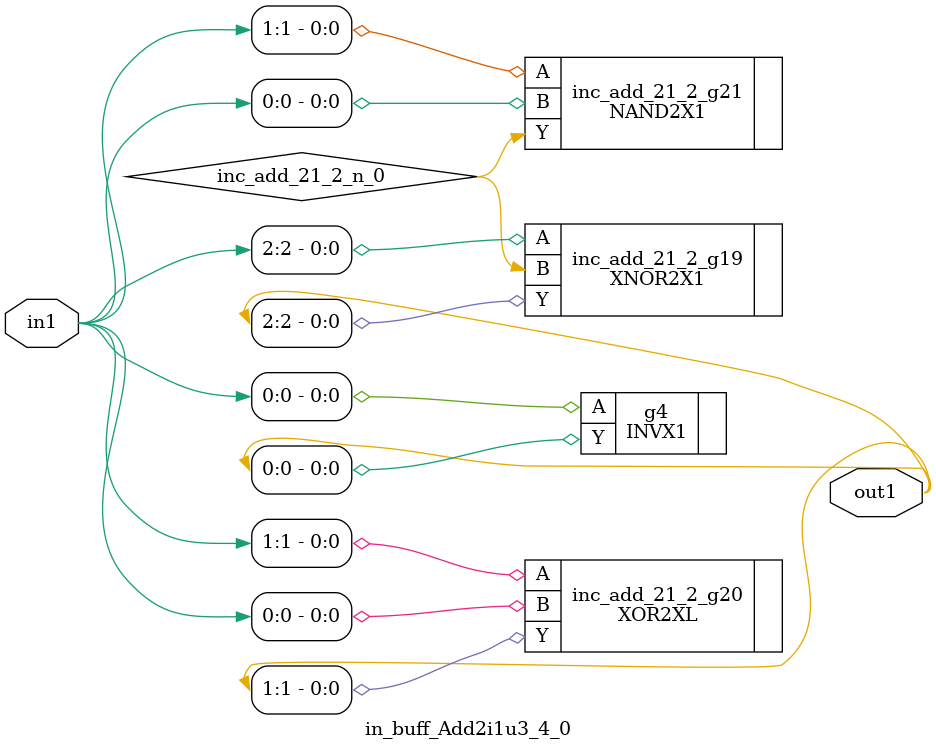
<source format=v>
`timescale 1ps / 1ps


module in_buff_Add2i1u3_4_0(in1, out1);
  input [2:0] in1;
  output [2:0] out1;
  wire [2:0] in1;
  wire [2:0] out1;
  wire inc_add_21_2_n_0;
  INVX1 g4(.A (in1[0]), .Y (out1[0]));
  XNOR2X1 inc_add_21_2_g19(.A (in1[2]), .B (inc_add_21_2_n_0), .Y
       (out1[2]));
  XOR2XL inc_add_21_2_g20(.A (in1[1]), .B (in1[0]), .Y (out1[1]));
  NAND2X1 inc_add_21_2_g21(.A (in1[1]), .B (in1[0]), .Y
       (inc_add_21_2_n_0));
endmodule



</source>
